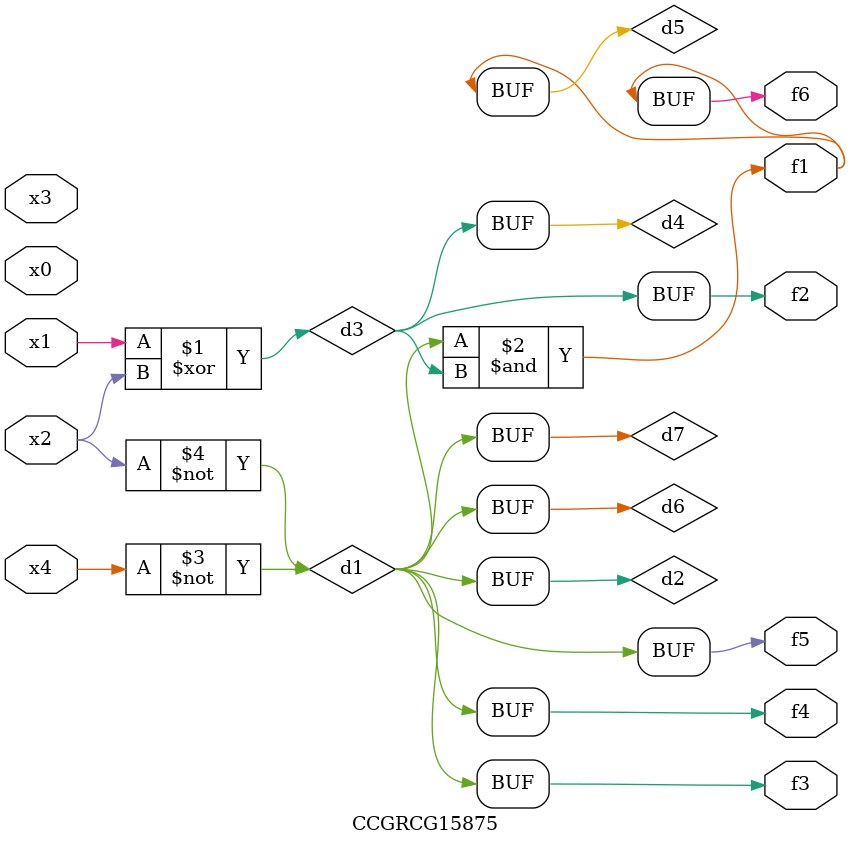
<source format=v>
module CCGRCG15875(
	input x0, x1, x2, x3, x4,
	output f1, f2, f3, f4, f5, f6
);

	wire d1, d2, d3, d4, d5, d6, d7;

	not (d1, x4);
	not (d2, x2);
	xor (d3, x1, x2);
	buf (d4, d3);
	and (d5, d1, d3);
	buf (d6, d1, d2);
	buf (d7, d2);
	assign f1 = d5;
	assign f2 = d4;
	assign f3 = d7;
	assign f4 = d7;
	assign f5 = d7;
	assign f6 = d5;
endmodule

</source>
